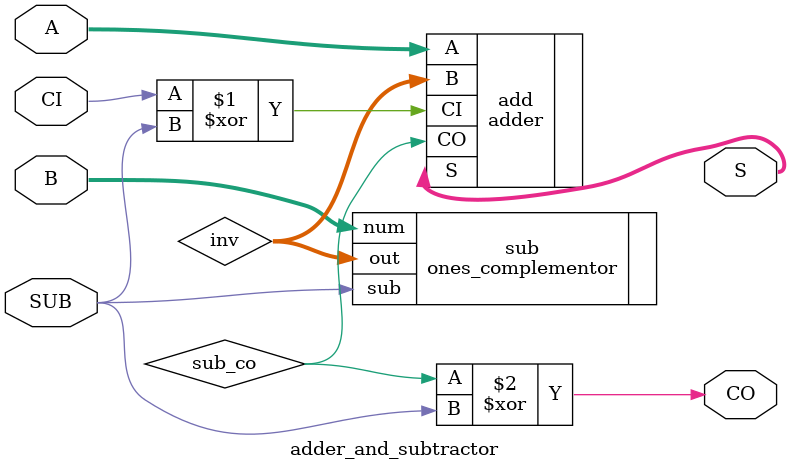
<source format=v>
module adder_and_subtractor (
	A,
	B,
	CI,
	SUB,
	S,
	CO
);
	parameter DATA_WIDTH = 8;
	
	input [DATA_WIDTH-1:0] A;
	input [DATA_WIDTH-1:0] B;
	input CI;
	input SUB;
	
	output [DATA_WIDTH-1:0] S;
	output CO;
	
	wire [DATA_WIDTH-1:0] inv;
	wire sub_co;

	ones_complementor #(
		.DATA_WIDTH(DATA_WIDTH)
	) sub(
		.num(B),
		.sub(SUB),
		.out(inv)
	);

	adder #(
		.DATA_WIDTH(DATA_WIDTH)
	) add(
		.A(A),
		.B(inv),
		.CI(CI ^ SUB),
		.S(S),
		.CO(sub_co)
	);

	assign CO = sub_co ^ SUB;
endmodule

</source>
